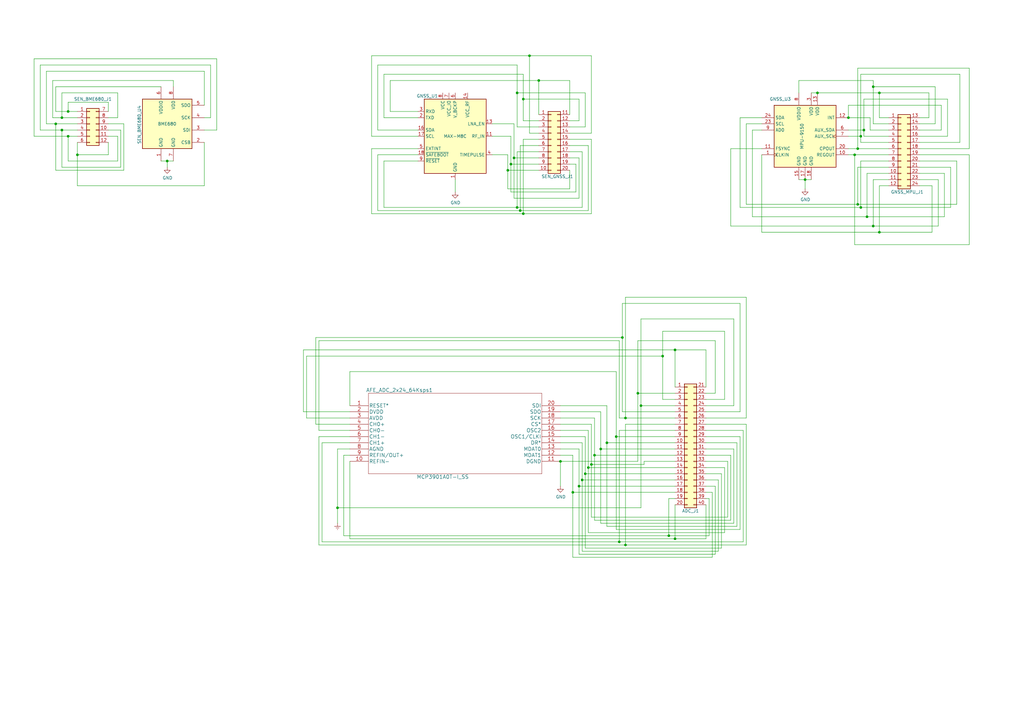
<source format=kicad_sch>
(kicad_sch (version 20230121) (generator eeschema)
  (paper "A3")
  (lib_symbols
    (symbol "Connector_Generic:Conn_02x06_Top_Bottom" (pin_names (offset 1.016) hide)
      (property "Reference" "J" (at 1.27 7.62 0))
      (property "Value" "Conn_02x06_Top_Bottom" (at 1.27 -10.16 0))
      (symbol "Conn_02x06_Top_Bottom_1_1"
        (rectangle (start -1.27 -7.493) (end 0 -7.747) (stroke (width 0.1524)))
        (rectangle (start -1.27 -4.953) (end 0 -5.207) (stroke (width 0.1524)))
        (rectangle (start -1.27 -2.413) (end 0 -2.667) (stroke (width 0.1524)))
        (rectangle (start -1.27 0.127) (end 0 -0.127) (stroke (width 0.1524)))
        (rectangle (start -1.27 2.667) (end 0 2.413) (stroke (width 0.1524)))
        (rectangle (start -1.27 5.207) (end 0 4.953) (stroke (width 0.1524)))
        (rectangle (start -1.27 6.35) (end 3.81 -8.89) (stroke (width 0.254)) (fill (type background)))
        (rectangle (start 3.81 -7.493) (end 2.54 -7.747) (stroke (width 0.1524)))
        (rectangle (start 3.81 -4.953) (end 2.54 -5.207) (stroke (width 0.1524)))
        (rectangle (start 3.81 -2.413) (end 2.54 -2.667) (stroke (width 0.1524)))
        (rectangle (start 3.81 0.127) (end 2.54 -0.127) (stroke (width 0.1524)))
        (rectangle (start 3.81 2.667) (end 2.54 2.413) (stroke (width 0.1524)))
        (rectangle (start 3.81 5.207) (end 2.54 4.953) (stroke (width 0.1524)))
        (pin passive line (at -5.08 5.08 0) (length 3.81) (name "Pin_1") (number "1"))
        (pin passive line (at 7.62 -2.54 180) (length 3.81) (name "Pin_10") (number "10"))
        (pin passive line (at 7.62 -5.08 180) (length 3.81) (name "Pin_11") (number "11"))
        (pin passive line (at 7.62 -7.62 180) (length 3.81) (name "Pin_12") (number "12"))
        (pin passive line (at -5.08 2.54 0) (length 3.81) (name "Pin_2") (number "2"))
        (pin passive line (at -5.08 0 0) (length 3.81) (name "Pin_3") (number "3"))
        (pin passive line (at -5.08 -2.54 0) (length 3.81) (name "Pin_4") (number "4"))
        (pin passive line (at -5.08 -5.08 0) (length 3.81) (name "Pin_5") (number "5"))
        (pin passive line (at -5.08 -7.62 0) (length 3.81) (name "Pin_6") (number "6"))
        (pin passive line (at 7.62 5.08 180) (length 3.81) (name "Pin_7") (number "7"))
        (pin passive line (at 7.62 2.54 180) (length 3.81) (name "Pin_8") (number "8"))
        (pin passive line (at 7.62 0 180) (length 3.81) (name "Pin_9") (number "9"))
      )
    )
    (symbol "Connector_Generic:Conn_02x10_Top_Bottom" (pin_names (offset 1.016) hide)
      (property "Reference" "J" (at 1.27 12.7 0))
      (property "Value" "Conn_02x10_Top_Bottom" (at 1.27 -15.24 0))
      (symbol "Conn_02x10_Top_Bottom_1_1"
        (rectangle (start -1.27 -12.573) (end 0 -12.827) (stroke (width 0.1524)))
        (rectangle (start -1.27 -10.033) (end 0 -10.287) (stroke (width 0.1524)))
        (rectangle (start -1.27 -7.493) (end 0 -7.747) (stroke (width 0.1524)))
        (rectangle (start -1.27 -4.953) (end 0 -5.207) (stroke (width 0.1524)))
        (rectangle (start -1.27 -2.413) (end 0 -2.667) (stroke (width 0.1524)))
        (rectangle (start -1.27 0.127) (end 0 -0.127) (stroke (width 0.1524)))
        (rectangle (start -1.27 2.667) (end 0 2.413) (stroke (width 0.1524)))
        (rectangle (start -1.27 5.207) (end 0 4.953) (stroke (width 0.1524)))
        (rectangle (start -1.27 7.747) (end 0 7.493) (stroke (width 0.1524)))
        (rectangle (start -1.27 10.287) (end 0 10.033) (stroke (width 0.1524)))
        (rectangle (start -1.27 11.43) (end 3.81 -13.97) (stroke (width 0.254)) (fill (type background)))
        (rectangle (start 3.81 -12.573) (end 2.54 -12.827) (stroke (width 0.1524)))
        (rectangle (start 3.81 -10.033) (end 2.54 -10.287) (stroke (width 0.1524)))
        (rectangle (start 3.81 -7.493) (end 2.54 -7.747) (stroke (width 0.1524)))
        (rectangle (start 3.81 -4.953) (end 2.54 -5.207) (stroke (width 0.1524)))
        (rectangle (start 3.81 -2.413) (end 2.54 -2.667) (stroke (width 0.1524)))
        (rectangle (start 3.81 0.127) (end 2.54 -0.127) (stroke (width 0.1524)))
        (rectangle (start 3.81 2.667) (end 2.54 2.413) (stroke (width 0.1524)))
        (rectangle (start 3.81 5.207) (end 2.54 4.953) (stroke (width 0.1524)))
        (rectangle (start 3.81 7.747) (end 2.54 7.493) (stroke (width 0.1524)))
        (rectangle (start 3.81 10.287) (end 2.54 10.033) (stroke (width 0.1524)))
        (pin passive line (at -5.08 10.16 0) (length 3.81) (name "Pin_1") (number "1"))
        (pin passive line (at -5.08 -12.7 0) (length 3.81) (name "Pin_10") (number "10"))
        (pin passive line (at 7.62 10.16 180) (length 3.81) (name "Pin_11") (number "11"))
        (pin passive line (at 7.62 7.62 180) (length 3.81) (name "Pin_12") (number "12"))
        (pin passive line (at 7.62 5.08 180) (length 3.81) (name "Pin_13") (number "13"))
        (pin passive line (at 7.62 2.54 180) (length 3.81) (name "Pin_14") (number "14"))
        (pin passive line (at 7.62 0 180) (length 3.81) (name "Pin_15") (number "15"))
        (pin passive line (at 7.62 -2.54 180) (length 3.81) (name "Pin_16") (number "16"))
        (pin passive line (at 7.62 -5.08 180) (length 3.81) (name "Pin_17") (number "17"))
        (pin passive line (at 7.62 -7.62 180) (length 3.81) (name "Pin_18") (number "18"))
        (pin passive line (at 7.62 -10.16 180) (length 3.81) (name "Pin_19") (number "19"))
        (pin passive line (at -5.08 7.62 0) (length 3.81) (name "Pin_2") (number "2"))
        (pin passive line (at 7.62 -12.7 180) (length 3.81) (name "Pin_20") (number "20"))
        (pin passive line (at -5.08 5.08 0) (length 3.81) (name "Pin_3") (number "3"))
        (pin passive line (at -5.08 2.54 0) (length 3.81) (name "Pin_4") (number "4"))
        (pin passive line (at -5.08 0 0) (length 3.81) (name "Pin_5") (number "5"))
        (pin passive line (at -5.08 -2.54 0) (length 3.81) (name "Pin_6") (number "6"))
        (pin passive line (at -5.08 -5.08 0) (length 3.81) (name "Pin_7") (number "7"))
        (pin passive line (at -5.08 -7.62 0) (length 3.81) (name "Pin_8") (number "8"))
        (pin passive line (at -5.08 -10.16 0) (length 3.81) (name "Pin_9") (number "9"))
      )
    )
    (symbol "Connector_Generic:Conn_02x12_Top_Bottom" (pin_names (offset 1.016) hide)
      (property "Reference" "J" (at 1.27 15.24 0))
      (property "Value" "Conn_02x12_Top_Bottom" (at 1.27 -17.78 0))
      (symbol "Conn_02x12_Top_Bottom_1_1"
        (rectangle (start -1.27 -15.113) (end 0 -15.367) (stroke (width 0.1524)))
        (rectangle (start -1.27 -12.573) (end 0 -12.827) (stroke (width 0.1524)))
        (rectangle (start -1.27 -10.033) (end 0 -10.287) (stroke (width 0.1524)))
        (rectangle (start -1.27 -7.493) (end 0 -7.747) (stroke (width 0.1524)))
        (rectangle (start -1.27 -4.953) (end 0 -5.207) (stroke (width 0.1524)))
        (rectangle (start -1.27 -2.413) (end 0 -2.667) (stroke (width 0.1524)))
        (rectangle (start -1.27 0.127) (end 0 -0.127) (stroke (width 0.1524)))
        (rectangle (start -1.27 2.667) (end 0 2.413) (stroke (width 0.1524)))
        (rectangle (start -1.27 5.207) (end 0 4.953) (stroke (width 0.1524)))
        (rectangle (start -1.27 7.747) (end 0 7.493) (stroke (width 0.1524)))
        (rectangle (start -1.27 10.287) (end 0 10.033) (stroke (width 0.1524)))
        (rectangle (start -1.27 12.827) (end 0 12.573) (stroke (width 0.1524)))
        (rectangle (start -1.27 13.97) (end 3.81 -16.51) (stroke (width 0.254)) (fill (type background)))
        (rectangle (start 3.81 -15.113) (end 2.54 -15.367) (stroke (width 0.1524)))
        (rectangle (start 3.81 -12.573) (end 2.54 -12.827) (stroke (width 0.1524)))
        (rectangle (start 3.81 -10.033) (end 2.54 -10.287) (stroke (width 0.1524)))
        (rectangle (start 3.81 -7.493) (end 2.54 -7.747) (stroke (width 0.1524)))
        (rectangle (start 3.81 -4.953) (end 2.54 -5.207) (stroke (width 0.1524)))
        (rectangle (start 3.81 -2.413) (end 2.54 -2.667) (stroke (width 0.1524)))
        (rectangle (start 3.81 0.127) (end 2.54 -0.127) (stroke (width 0.1524)))
        (rectangle (start 3.81 2.667) (end 2.54 2.413) (stroke (width 0.1524)))
        (rectangle (start 3.81 5.207) (end 2.54 4.953) (stroke (width 0.1524)))
        (rectangle (start 3.81 7.747) (end 2.54 7.493) (stroke (width 0.1524)))
        (rectangle (start 3.81 10.287) (end 2.54 10.033) (stroke (width 0.1524)))
        (rectangle (start 3.81 12.827) (end 2.54 12.573) (stroke (width 0.1524)))
        (pin passive line (at -5.08 12.7 0) (length 3.81) (name "Pin_1") (number "1"))
        (pin passive line (at -5.08 -10.16 0) (length 3.81) (name "Pin_10") (number "10"))
        (pin passive line (at -5.08 -12.7 0) (length 3.81) (name "Pin_11") (number "11"))
        (pin passive line (at -5.08 -15.24 0) (length 3.81) (name "Pin_12") (number "12"))
        (pin passive line (at 7.62 12.7 180) (length 3.81) (name "Pin_13") (number "13"))
        (pin passive line (at 7.62 10.16 180) (length 3.81) (name "Pin_14") (number "14"))
        (pin passive line (at 7.62 7.62 180) (length 3.81) (name "Pin_15") (number "15"))
        (pin passive line (at 7.62 5.08 180) (length 3.81) (name "Pin_16") (number "16"))
        (pin passive line (at 7.62 2.54 180) (length 3.81) (name "Pin_17") (number "17"))
        (pin passive line (at 7.62 0 180) (length 3.81) (name "Pin_18") (number "18"))
        (pin passive line (at 7.62 -2.54 180) (length 3.81) (name "Pin_19") (number "19"))
        (pin passive line (at -5.08 10.16 0) (length 3.81) (name "Pin_2") (number "2"))
        (pin passive line (at 7.62 -5.08 180) (length 3.81) (name "Pin_20") (number "20"))
        (pin passive line (at 7.62 -7.62 180) (length 3.81) (name "Pin_21") (number "21"))
        (pin passive line (at 7.62 -10.16 180) (length 3.81) (name "Pin_22") (number "22"))
        (pin passive line (at 7.62 -12.7 180) (length 3.81) (name "Pin_23") (number "23"))
        (pin passive line (at 7.62 -15.24 180) (length 3.81) (name "Pin_24") (number "24"))
        (pin passive line (at -5.08 7.62 0) (length 3.81) (name "Pin_3") (number "3"))
        (pin passive line (at -5.08 5.08 0) (length 3.81) (name "Pin_4") (number "4"))
        (pin passive line (at -5.08 2.54 0) (length 3.81) (name "Pin_5") (number "5"))
        (pin passive line (at -5.08 0 0) (length 3.81) (name "Pin_6") (number "6"))
        (pin passive line (at -5.08 -2.54 0) (length 3.81) (name "Pin_7") (number "7"))
        (pin passive line (at -5.08 -5.08 0) (length 3.81) (name "Pin_8") (number "8"))
        (pin passive line (at -5.08 -7.62 0) (length 3.81) (name "Pin_9") (number "9"))
      )
    )
    (symbol "Connector_Generic:Conn_02x20_Top_Bottom" (pin_names (offset 1.016) hide)
      (property "Reference" "J" (at 1.27 25.4 0))
      (property "Value" "Conn_02x20_Top_Bottom" (at 1.27 -27.94 0))
      (symbol "Conn_02x20_Top_Bottom_1_1"
        (rectangle (start -1.27 -25.273) (end 0 -25.527) (stroke (width 0.1524)))
        (rectangle (start -1.27 -22.733) (end 0 -22.987) (stroke (width 0.1524)))
        (rectangle (start -1.27 -20.193) (end 0 -20.447) (stroke (width 0.1524)))
        (rectangle (start -1.27 -17.653) (end 0 -17.907) (stroke (width 0.1524)))
        (rectangle (start -1.27 -15.113) (end 0 -15.367) (stroke (width 0.1524)))
        (rectangle (start -1.27 -12.573) (end 0 -12.827) (stroke (width 0.1524)))
        (rectangle (start -1.27 -10.033) (end 0 -10.287) (stroke (width 0.1524)))
        (rectangle (start -1.27 -7.493) (end 0 -7.747) (stroke (width 0.1524)))
        (rectangle (start -1.27 -4.953) (end 0 -5.207) (stroke (width 0.1524)))
        (rectangle (start -1.27 -2.413) (end 0 -2.667) (stroke (width 0.1524)))
        (rectangle (start -1.27 0.127) (end 0 -0.127) (stroke (width 0.1524)))
        (rectangle (start -1.27 2.667) (end 0 2.413) (stroke (width 0.1524)))
        (rectangle (start -1.27 5.207) (end 0 4.953) (stroke (width 0.1524)))
        (rectangle (start -1.27 7.747) (end 0 7.493) (stroke (width 0.1524)))
        (rectangle (start -1.27 10.287) (end 0 10.033) (stroke (width 0.1524)))
        (rectangle (start -1.27 12.827) (end 0 12.573) (stroke (width 0.1524)))
        (rectangle (start -1.27 15.367) (end 0 15.113) (stroke (width 0.1524)))
        (rectangle (start -1.27 17.907) (end 0 17.653) (stroke (width 0.1524)))
        (rectangle (start -1.27 20.447) (end 0 20.193) (stroke (width 0.1524)))
        (rectangle (start -1.27 22.987) (end 0 22.733) (stroke (width 0.1524)))
        (rectangle (start -1.27 24.13) (end 3.81 -26.67) (stroke (width 0.254)) (fill (type background)))
        (rectangle (start 3.81 -25.273) (end 2.54 -25.527) (stroke (width 0.1524)))
        (rectangle (start 3.81 -22.733) (end 2.54 -22.987) (stroke (width 0.1524)))
        (rectangle (start 3.81 -20.193) (end 2.54 -20.447) (stroke (width 0.1524)))
        (rectangle (start 3.81 -17.653) (end 2.54 -17.907) (stroke (width 0.1524)))
        (rectangle (start 3.81 -15.113) (end 2.54 -15.367) (stroke (width 0.1524)))
        (rectangle (start 3.81 -12.573) (end 2.54 -12.827) (stroke (width 0.1524)))
        (rectangle (start 3.81 -10.033) (end 2.54 -10.287) (stroke (width 0.1524)))
        (rectangle (start 3.81 -7.493) (end 2.54 -7.747) (stroke (width 0.1524)))
        (rectangle (start 3.81 -4.953) (end 2.54 -5.207) (stroke (width 0.1524)))
        (rectangle (start 3.81 -2.413) (end 2.54 -2.667) (stroke (width 0.1524)))
        (rectangle (start 3.81 0.127) (end 2.54 -0.127) (stroke (width 0.1524)))
        (rectangle (start 3.81 2.667) (end 2.54 2.413) (stroke (width 0.1524)))
        (rectangle (start 3.81 5.207) (end 2.54 4.953) (stroke (width 0.1524)))
        (rectangle (start 3.81 7.747) (end 2.54 7.493) (stroke (width 0.1524)))
        (rectangle (start 3.81 10.287) (end 2.54 10.033) (stroke (width 0.1524)))
        (rectangle (start 3.81 12.827) (end 2.54 12.573) (stroke (width 0.1524)))
        (rectangle (start 3.81 15.367) (end 2.54 15.113) (stroke (width 0.1524)))
        (rectangle (start 3.81 17.907) (end 2.54 17.653) (stroke (width 0.1524)))
        (rectangle (start 3.81 20.447) (end 2.54 20.193) (stroke (width 0.1524)))
        (rectangle (start 3.81 22.987) (end 2.54 22.733) (stroke (width 0.1524)))
        (pin passive line (at -5.08 22.86 0) (length 3.81) (name "Pin_1") (number "1"))
        (pin passive line (at -5.08 0 0) (length 3.81) (name "Pin_10") (number "10"))
        (pin passive line (at -5.08 -2.54 0) (length 3.81) (name "Pin_11") (number "11"))
        (pin passive line (at -5.08 -5.08 0) (length 3.81) (name "Pin_12") (number "12"))
        (pin passive line (at -5.08 -7.62 0) (length 3.81) (name "Pin_13") (number "13"))
        (pin passive line (at -5.08 -10.16 0) (length 3.81) (name "Pin_14") (number "14"))
        (pin passive line (at -5.08 -12.7 0) (length 3.81) (name "Pin_15") (number "15"))
        (pin passive line (at -5.08 -15.24 0) (length 3.81) (name "Pin_16") (number "16"))
        (pin passive line (at -5.08 -17.78 0) (length 3.81) (name "Pin_17") (number "17"))
        (pin passive line (at -5.08 -20.32 0) (length 3.81) (name "Pin_18") (number "18"))
        (pin passive line (at -5.08 -22.86 0) (length 3.81) (name "Pin_19") (number "19"))
        (pin passive line (at -5.08 20.32 0) (length 3.81) (name "Pin_2") (number "2"))
        (pin passive line (at -5.08 -25.4 0) (length 3.81) (name "Pin_20") (number "20"))
        (pin passive line (at 7.62 22.86 180) (length 3.81) (name "Pin_21") (number "21"))
        (pin passive line (at 7.62 20.32 180) (length 3.81) (name "Pin_22") (number "22"))
        (pin passive line (at 7.62 17.78 180) (length 3.81) (name "Pin_23") (number "23"))
        (pin passive line (at 7.62 15.24 180) (length 3.81) (name "Pin_24") (number "24"))
        (pin passive line (at 7.62 12.7 180) (length 3.81) (name "Pin_25") (number "25"))
        (pin passive line (at 7.62 10.16 180) (length 3.81) (name "Pin_26") (number "26"))
        (pin passive line (at 7.62 7.62 180) (length 3.81) (name "Pin_27") (number "27"))
        (pin passive line (at 7.62 5.08 180) (length 3.81) (name "Pin_28") (number "28"))
        (pin passive line (at 7.62 2.54 180) (length 3.81) (name "Pin_29") (number "29"))
        (pin passive line (at -5.08 17.78 0) (length 3.81) (name "Pin_3") (number "3"))
        (pin passive line (at 7.62 0 180) (length 3.81) (name "Pin_30") (number "30"))
        (pin passive line (at 7.62 -2.54 180) (length 3.81) (name "Pin_31") (number "31"))
        (pin passive line (at 7.62 -5.08 180) (length 3.81) (name "Pin_32") (number "32"))
        (pin passive line (at 7.62 -7.62 180) (length 3.81) (name "Pin_33") (number "33"))
        (pin passive line (at 7.62 -10.16 180) (length 3.81) (name "Pin_34") (number "34"))
        (pin passive line (at 7.62 -12.7 180) (length 3.81) (name "Pin_35") (number "35"))
        (pin passive line (at 7.62 -15.24 180) (length 3.81) (name "Pin_36") (number "36"))
        (pin passive line (at 7.62 -17.78 180) (length 3.81) (name "Pin_37") (number "37"))
        (pin passive line (at 7.62 -20.32 180) (length 3.81) (name "Pin_38") (number "38"))
        (pin passive line (at 7.62 -22.86 180) (length 3.81) (name "Pin_39") (number "39"))
        (pin passive line (at -5.08 15.24 0) (length 3.81) (name "Pin_4") (number "4"))
        (pin passive line (at 7.62 -25.4 180) (length 3.81) (name "Pin_40") (number "40"))
        (pin passive line (at -5.08 12.7 0) (length 3.81) (name "Pin_5") (number "5"))
        (pin passive line (at -5.08 10.16 0) (length 3.81) (name "Pin_6") (number "6"))
        (pin passive line (at -5.08 7.62 0) (length 3.81) (name "Pin_7") (number "7"))
        (pin passive line (at -5.08 5.08 0) (length 3.81) (name "Pin_8") (number "8"))
        (pin passive line (at -5.08 2.54 0) (length 3.81) (name "Pin_9") (number "9"))
      )
    )
    (symbol "FPGAs-Ard_RPi_BB-rescue:MPU-9150-Sensor_Motion"
      (property "Reference" "U" (at -11.43 13.97 0))
      (property "Value" "Sensor_Motion_MPU-9150" (at 8.89 -13.97 0))
      (symbol "MPU-9150-Sensor_Motion_0_1"
        (rectangle (start -12.7 12.7) (end 12.7 -12.7) (stroke (width 0.254)) (fill (type background)))
      )
      (symbol "MPU-9150-Sensor_Motion_1_1"
        (pin input clock (at -17.78 -7.62 0) (length 5.08) (name "CLKIN") (number "1"))
        (pin passive line (at 17.78 -7.62 180) (length 5.08) (name "REGOUT") (number "10"))
        (pin input line (at -17.78 -5.08 0) (length 5.08) (name "FSYNC") (number "11"))
        (pin output line (at 17.78 7.62 180) (length 5.08) (name "INT") (number "12"))
        (pin power_in line (at 5.08 17.78 270) (length 5.08) (name "VDD") (number "13"))
        (pin power_in line (at -2.54 -17.78 90) (length 5.08) (name "GND") (number "15"))
        (pin power_in line (at 0 -17.78 90) (length 5.08) (name "GND") (number "17"))
        (pin power_in line (at 2.54 -17.78 90) (length 5.08) (name "GND") (number "18"))
        (pin passive line (at 17.78 -5.08 180) (length 5.08) (name "CPOUT") (number "20"))
        (pin input line (at -17.78 5.08 0) (length 5.08) (name "SCL") (number "23"))
        (pin bidirectional line (at -17.78 7.62 0) (length 5.08) (name "SDA") (number "24"))
        (pin power_in line (at 2.54 17.78 270) (length 5.08) (name "VDD") (number "3"))
        (pin bidirectional line (at 17.78 2.54 180) (length 5.08) (name "AUX_SDA") (number "6"))
        (pin output clock (at 17.78 0 180) (length 5.08) (name "AUX_SCL") (number "7"))
        (pin power_in line (at -2.54 17.78 270) (length 5.08) (name "VDDIO") (number "8"))
        (pin input line (at -17.78 2.54 0) (length 5.08) (name "AD0") (number "9"))
      )
    )
    (symbol "RF_GPS:MAX-M8C"
      (property "Reference" "U" (at -10.16 16.51 0))
      (property "Value" "MAX-M8C" (at 11.43 16.51 0))
      (symbol "MAX-M8C_0_1"
        (rectangle (start 12.7 15.24) (end -12.7 -15.24) (stroke (width 0.254)) (fill (type background)))
      )
      (symbol "MAX-M8C_1_1"
        (pin power_in line (at 0 -17.78 90) (length 2.54) (name "GND") (number "1"))
        (pin passive line (at 0 -17.78 90) (length 2.54) hide (name "GND") (number "10"))
        (pin input line (at 15.24 0 180) (length 2.54) (name "RF_IN") (number "11"))
        (pin passive line (at 0 -17.78 90) (length 2.54) hide (name "GND") (number "12"))
        (pin output line (at 15.24 5.08 180) (length 2.54) (name "LNA_EN") (number "13"))
        (pin power_out line (at 5.08 17.78 270) (length 2.54) (name "VCC_RF") (number "14"))
        (pin no_connect line (at 12.7 -5.08 180) (length 2.54) hide (name "Reserved") (number "15"))
        (pin bidirectional line (at -15.24 2.54 0) (length 2.54) (name "SDA") (number "16"))
        (pin input line (at -15.24 0 0) (length 2.54) (name "SCL") (number "17"))
        (pin input line (at -15.24 -7.62 0) (length 2.54) (name "~{SAFEBOOT}") (number "18"))
        (pin output line (at -15.24 7.62 0) (length 2.54) (name "TXD") (number "2"))
        (pin input line (at -15.24 10.16 0) (length 2.54) (name "RXD") (number "3"))
        (pin output line (at 15.24 -7.62 180) (length 2.54) (name "TIMEPULSE") (number "4"))
        (pin input line (at -15.24 -5.08 0) (length 2.54) (name "EXTINT") (number "5"))
        (pin power_in line (at 0 17.78 270) (length 2.54) (name "V_BCKP") (number "6"))
        (pin power_in line (at -2.54 17.78 270) (length 2.54) (name "VCC_IO") (number "7"))
        (pin power_in line (at -5.08 17.78 270) (length 2.54) (name "VCC") (number "8"))
        (pin input line (at -15.24 -10.16 0) (length 2.54) (name "~{RESET}") (number "9"))
      )
    )
    (symbol "Sensor:BME680"
      (property "Reference" "U" (at -8.89 11.43 0))
      (property "Value" "BME680" (at 7.62 11.43 0))
      (symbol "BME680_0_1"
        (rectangle (start -10.16 10.16) (end 10.16 -10.16) (stroke (width 0.254)) (fill (type background)))
      )
      (symbol "BME680_1_1"
        (pin power_in line (at -2.54 -15.24 90) (length 5.08) (name "GND") (number "1"))
        (pin input line (at 15.24 -7.62 180) (length 5.08) (name "CSB") (number "2"))
        (pin bidirectional line (at 15.24 -2.54 180) (length 5.08) (name "SDI") (number "3"))
        (pin input line (at 15.24 2.54 180) (length 5.08) (name "SCK") (number "4"))
        (pin bidirectional line (at 15.24 7.62 180) (length 5.08) (name "SDO") (number "5"))
        (pin power_in line (at -2.54 15.24 270) (length 5.08) (name "VDDIO") (number "6"))
        (pin power_in line (at 2.54 -15.24 90) (length 5.08) (name "GND") (number "7"))
        (pin power_in line (at 2.54 15.24 270) (length 5.08) (name "VDD") (number "8"))
      )
    )
    (symbol "power:Earth" (power) (pin_names (offset 0))
      (symbol "Earth_0_1"
        (polyline (pts (xy -0.635 -1.905) (xy 0.635 -1.905)))
        (polyline (pts (xy -0.127 -2.54) (xy 0.127 -2.54)))
        (polyline (pts (xy 0 -1.27) (xy 0 0)))
        (polyline (pts (xy 1.27 -1.27) (xy -1.27 -1.27)))
      )
      (symbol "Earth_1_1"
        (pin power_in line (at 0 0 270) (length 0) hide (name "Earth") (number "1"))
      )
    )
    (symbol "power:GND" (power) (pin_names (offset 0))
      (property "Value" "GND" (at 0 -3.81 0))
      (symbol "GND_0_1"
        (polyline (pts (xy 0 0) (xy 0 -1.27) (xy 1.27 -1.27) (xy 0 -2.54) (xy -1.27 -1.27) (xy 0 -1.27)))
      )
      (symbol "GND_1_1"
        (pin power_in line (at 0 0 270) (length 0) hide (name "GND") (number "1"))
      )
    )
    (symbol "ul_MCP3901A0T-I-SS:MCP3901A0T-I_SS" (pin_names (offset 0.254))
      (property "Reference" "U" (at 43.18 10.16 0))
      (property "Value" "MCP3901A0T-I_SS" (at 43.18 7.62 0))
      (symbol "MCP3901A0T-I_SS_1_1"
        (polyline (pts (xy 7.62 -27.94) (xy 78.74 -27.94)) (stroke (width 0.127)))
        (polyline (pts (xy 7.62 5.08) (xy 7.62 -27.94)) (stroke (width 0.127)))
        (polyline (pts (xy 78.74 -27.94) (xy 78.74 5.08)) (stroke (width 0.127)))
        (polyline (pts (xy 78.74 5.08) (xy 7.62 5.08)) (stroke (width 0.127)))
        (pin input line (at 0 0 0) (length 7.62) (name "RESET*") (number "1"))
        (pin input line (at 0 -22.86 0) (length 7.62) (name "REFIN-") (number "10"))
        (pin power_in line (at 86.36 -22.86 180) (length 7.62) (name "DGND") (number "11"))
        (pin output line (at 86.36 -20.32 180) (length 7.62) (name "MDAT1") (number "12"))
        (pin output line (at 86.36 -17.78 180) (length 7.62) (name "MDAT0") (number "13"))
        (pin output line (at 86.36 -15.24 180) (length 7.62) (name "DR*") (number "14"))
        (pin input line (at 86.36 -12.7 180) (length 7.62) (name "OSC1/CLKI") (number "15"))
        (pin input line (at 86.36 -10.16 180) (length 7.62) (name "OSC2") (number "16"))
        (pin input line (at 86.36 -7.62 180) (length 7.62) (name "CS*") (number "17"))
        (pin input line (at 86.36 -5.08 180) (length 7.62) (name "SCK") (number "18"))
        (pin output line (at 86.36 -2.54 180) (length 7.62) (name "SDO") (number "19"))
        (pin power_in line (at 0 -2.54 0) (length 7.62) (name "DVDD") (number "2"))
        (pin input line (at 86.36 0 180) (length 7.62) (name "SDI") (number "20"))
        (pin power_in line (at 0 -5.08 0) (length 7.62) (name "AVDD") (number "3"))
        (pin input line (at 0 -7.62 0) (length 7.62) (name "CH0+") (number "4"))
        (pin input line (at 0 -10.16 0) (length 7.62) (name "CH0-") (number "5"))
        (pin input line (at 0 -12.7 0) (length 7.62) (name "CH1-") (number "6"))
        (pin input line (at 0 -15.24 0) (length 7.62) (name "CH1+") (number "7"))
        (pin power_in line (at 0 -17.78 0) (length 7.62) (name "AGND") (number "8"))
        (pin bidirectional line (at 0 -20.32 0) (length 7.62) (name "REFIN/OUT+") (number "9"))
      )
    )
  )
  (junction (at 217.17 22.86))
  (junction (at 351.79 60.96))
  (junction (at 350.52 63.5))
  (junction (at 68.58 66.04))
  (junction (at 271.78 146.05))
  (junction (at 209.55 67.31))
  (junction (at 274.32 219.71))
  (junction (at 358.14 92.71))
  (junction (at 335.28 38.1))
  (junction (at 276.86 220.98))
  (junction (at 254 222.25))
  (junction (at 354.33 53.34))
  (junction (at 208.28 69.85))
  (junction (at 27.94 55.88))
  (junction (at 262.89 166.37))
  (junction (at 353.06 85.09))
  (junction (at 213.36 86.36))
  (junction (at 25.4 53.34))
  (junction (at 243.84 186.69))
  (junction (at 240.03 194.31))
  (junction (at 229.87 189.23))
  (junction (at 210.82 64.77))
  (junction (at 256.54 223.52))
  (junction (at 261.62 161.29))
  (junction (at 355.6 88.9))
  (junction (at 360.68 95.25))
  (junction (at 255.27 138.43))
  (junction (at 246.38 184.15))
  (junction (at 237.49 199.39))
  (junction (at 358.14 35.56))
  (junction (at 212.09 38.1))
  (junction (at 214.63 40.64))
  (junction (at 241.3 191.77))
  (junction (at 347.98 48.26))
  (junction (at 31.75 63.5))
  (junction (at 248.92 181.61))
  (junction (at 22.86 50.8))
  (junction (at 276.86 143.51))
  (junction (at 353.06 55.88))
  (junction (at 212.09 85.09))
  (junction (at 252.73 179.07))
  (junction (at 214.63 87.63))
  (junction (at 138.43 208.28))
  (junction (at 234.95 201.93))
  (junction (at 238.76 196.85))
  (junction (at 25.4 48.26))
  (junction (at 256.54 171.45))
  (junction (at 242.57 190.5))
  (junction (at 360.68 38.1))
  (junction (at 27.94 45.72))
  (junction (at 351.79 83.82))
  (junction (at 220.98 33.02))
  (junction (at 330.2 73.66))
  (wire (pts (xy 208.28 69.85) (xy 220.98 69.85)))
  (wire (pts (xy 48.26 38.1) (xy 25.4 38.1)))
  (wire (pts (xy 210.82 64.77) (xy 220.98 64.77)))
  (wire (pts (xy 157.48 66.04) (xy 157.48 85.09)))
  (wire (pts (xy 289.56 191.77) (xy 297.18 191.77)))
  (wire (pts (xy 171.45 60.96) (xy 152.4 60.96)))
  (wire (pts (xy 293.37 161.29) (xy 293.37 139.7)))
  (wire (pts (xy 303.53 48.26) (xy 303.53 85.09)))
  (wire (pts (xy 356.87 53.34) (xy 356.87 48.26)))
  (wire (pts (xy 306.07 173.99) (xy 306.07 223.52)))
  (wire (pts (xy 377.19 58.42) (xy 393.7 58.42)))
  (wire (pts (xy 276.86 201.93) (xy 234.95 201.93)))
  (wire (pts (xy 312.42 48.26) (xy 303.53 48.26)))
  (wire (pts (xy 350.52 100.33) (xy 350.52 63.5)))
  (wire (pts (xy 138.43 208.28) (xy 138.43 214.63)))
  (wire (pts (xy 355.6 71.12) (xy 364.49 71.12)))
  (wire (pts (xy 306.07 50.8) (xy 306.07 83.82)))
  (wire (pts (xy 332.74 38.1) (xy 335.28 38.1)))
  (wire (pts (xy 254 222.25) (xy 132.08 222.25)))
  (wire (pts (xy 241.3 176.53) (xy 229.87 176.53)))
  (wire (pts (xy 31.75 76.2) (xy 31.75 63.5)))
  (wire (pts (xy 300.99 184.15) (xy 289.56 184.15)))
  (wire (pts (xy 238.76 181.61) (xy 229.87 181.61)))
  (wire (pts (xy 217.17 54.61) (xy 217.17 22.86)))
  (wire (pts (xy 364.49 53.34) (xy 356.87 53.34)))
  (wire (pts (xy 48.26 55.88) (xy 48.26 66.04)))
  (wire (pts (xy 242.57 54.61) (xy 242.57 22.86)))
  (wire (pts (xy 143.51 186.69) (xy 140.97 186.69)))
  (wire (pts (xy 297.18 163.83) (xy 297.18 135.89)))
  (wire (pts (xy 234.95 228.6) (xy 292.1 228.6)))
  (wire (pts (xy 242.57 190.5) (xy 264.16 190.5)))
  (wire (pts (xy 386.08 43.18) (xy 347.98 43.18)))
  (wire (pts (xy 289.56 189.23) (xy 298.45 189.23)))
  (wire (pts (xy 299.72 186.69) (xy 299.72 213.36)))
  (wire (pts (xy 261.62 161.29) (xy 261.62 189.23)))
  (wire (pts (xy 276.86 191.77) (xy 241.3 191.77)))
  (wire (pts (xy 353.06 58.42) (xy 364.49 58.42)))
  (wire (pts (xy 233.68 77.47) (xy 208.28 77.47)))
  (wire (pts (xy 327.66 33.02) (xy 358.14 33.02)))
  (wire (pts (xy 350.52 63.5) (xy 364.49 63.5)))
  (wire (pts (xy 255.27 124.46) (xy 255.27 138.43)))
  (wire (pts (xy 256.54 121.92) (xy 256.54 171.45)))
  (wire (pts (xy 209.55 67.31) (xy 220.98 67.31)))
  (wire (pts (xy 210.82 50.8) (xy 210.82 64.77)))
  (wire (pts (xy 306.07 223.52) (xy 256.54 223.52)))
  (wire (pts (xy 353.06 85.09) (xy 353.06 66.04)))
  (wire (pts (xy 377.19 63.5) (xy 397.51 63.5)))
  (wire (pts (xy 289.56 168.91) (xy 303.53 168.91)))
  (wire (pts (xy 130.81 179.07) (xy 130.81 223.52)))
  (wire (pts (xy 160.02 33.02) (xy 220.98 33.02)))
  (wire (pts (xy 229.87 171.45) (xy 243.84 171.45)))
  (wire (pts (xy 300.99 130.81) (xy 262.89 130.81)))
  (wire (pts (xy 201.93 55.88) (xy 209.55 55.88)))
  (wire (pts (xy 27.94 66.04) (xy 27.94 55.88)))
  (wire (pts (xy 237.49 64.77) (xy 237.49 81.28)))
  (wire (pts (xy 237.49 40.64) (xy 214.63 40.64)))
  (wire (pts (xy 157.48 85.09) (xy 212.09 85.09)))
  (wire (pts (xy 71.12 35.56) (xy 71.12 33.02)))
  (wire (pts (xy 387.35 71.12) (xy 387.35 88.9)))
  (wire (pts (xy 143.51 152.4) (xy 252.73 152.4)))
  (wire (pts (xy 360.68 95.25) (xy 312.42 95.25)))
  (wire (pts (xy 214.63 87.63) (xy 214.63 57.15)))
  (wire (pts (xy 130.81 223.52) (xy 256.54 223.52)))
  (wire (pts (xy 212.09 38.1) (xy 212.09 52.07)))
  (wire (pts (xy 289.56 181.61) (xy 302.26 181.61)))
  (wire (pts (xy 354.33 53.34) (xy 347.98 53.34)))
  (wire (pts (xy 22.86 69.85) (xy 22.86 50.8)))
  (wire (pts (xy 306.07 83.82) (xy 351.79 83.82)))
  (wire (pts (xy 382.27 76.2) (xy 382.27 95.25)))
  (wire (pts (xy 261.62 139.7) (xy 261.62 161.29)))
  (wire (pts (xy 297.18 218.44) (xy 241.3 218.44)))
  (wire (pts (xy 229.87 166.37) (xy 248.92 166.37)))
  (wire (pts (xy 289.56 199.39) (xy 293.37 199.39)))
  (wire (pts (xy 143.51 166.37) (xy 143.51 152.4)))
  (wire (pts (xy 201.93 63.5) (xy 208.28 63.5)))
  (wire (pts (xy 242.57 57.15) (xy 242.57 87.63)))
  (wire (pts (xy 252.73 217.17) (xy 252.73 179.07)))
  (wire (pts (xy 292.1 201.93) (xy 289.56 201.93)))
  (wire (pts (xy 212.09 52.07) (xy 220.98 52.07)))
  (wire (pts (xy 304.8 222.25) (xy 254 222.25)))
  (wire (pts (xy 290.83 219.71) (xy 274.32 219.71)))
  (wire (pts (xy 210.82 81.28) (xy 210.82 64.77)))
  (wire (pts (xy 289.56 220.98) (xy 276.86 220.98)))
  (wire (pts (xy 50.8 69.85) (xy 22.86 69.85)))
  (wire (pts (xy 289.56 171.45) (xy 306.07 171.45)))
  (wire (pts (xy 255.27 138.43) (xy 129.54 138.43)))
  (wire (pts (xy 274.32 204.47) (xy 276.86 204.47)))
  (wire (pts (xy 355.6 88.9) (xy 355.6 71.12)))
  (wire (pts (xy 124.46 168.91) (xy 124.46 143.51)))
  (wire (pts (xy 300.99 214.63) (xy 300.99 184.15)))
  (wire (pts (xy 233.68 57.15) (xy 242.57 57.15)))
  (wire (pts (xy 68.58 68.58) (xy 68.58 66.04)))
  (wire (pts (xy 327.66 38.1) (xy 327.66 33.02)))
  (wire (pts (xy 240.03 194.31) (xy 276.86 194.31)))
  (wire (pts (xy 66.04 35.56) (xy 22.86 35.56)))
  (wire (pts (xy 297.18 191.77) (xy 297.18 218.44)))
  (wire (pts (xy 262.89 130.81) (xy 262.89 166.37)))
  (wire (pts (xy 143.51 184.15) (xy 138.43 184.15)))
  (wire (pts (xy 233.68 62.23) (xy 238.76 62.23)))
  (wire (pts (xy 31.75 63.5) (xy 31.75 58.42)))
  (wire (pts (xy 243.84 213.36) (xy 243.84 186.69)))
  (wire (pts (xy 294.64 226.06) (xy 238.76 226.06)))
  (wire (pts (xy 351.79 60.96) (xy 364.49 60.96)))
  (wire (pts (xy 157.48 48.26) (xy 171.45 48.26)))
  (wire (pts (xy 50.8 50.8) (xy 50.8 69.85)))
  (wire (pts (xy 276.86 163.83) (xy 271.78 163.83)))
  (wire (pts (xy 354.33 40.64) (xy 354.33 53.34)))
  (wire (pts (xy 289.56 143.51) (xy 276.86 143.51)))
  (wire (pts (xy 306.07 121.92) (xy 256.54 121.92)))
  (wire (pts (xy 289.56 163.83) (xy 297.18 163.83)))
  (wire (pts (xy 256.54 223.52) (xy 256.54 173.99)))
  (wire (pts (xy 229.87 184.15) (xy 237.49 184.15)))
  (wire (pts (xy 83.82 43.18) (xy 83.82 29.21)))
  (wire (pts (xy 289.56 161.29) (xy 293.37 161.29)))
  (wire (pts (xy 213.36 59.69) (xy 220.98 59.69)))
  (wire (pts (xy 68.58 66.04) (xy 71.12 66.04)))
  (wire (pts (xy 295.91 194.31) (xy 295.91 224.79)))
  (wire (pts (xy 397.51 60.96) (xy 397.51 27.94)))
  (wire (pts (xy 233.68 33.02) (xy 220.98 33.02)))
  (wire (pts (xy 264.16 189.23) (xy 276.86 189.23)))
  (wire (pts (xy 360.68 48.26) (xy 360.68 38.1)))
  (wire (pts (xy 294.64 196.85) (xy 294.64 226.06)))
  (wire (pts (xy 276.86 166.37) (xy 262.89 166.37)))
  (wire (pts (xy 88.9 24.13) (xy 13.97 24.13)))
  (wire (pts (xy 248.92 215.9) (xy 248.92 181.61)))
  (wire (pts (xy 388.62 40.64) (xy 354.33 40.64)))
  (wire (pts (xy 143.51 189.23) (xy 143.51 220.98)))
  (wire (pts (xy 303.53 85.09) (xy 353.06 85.09)))
  (wire (pts (xy 27.94 45.72) (xy 31.75 45.72)))
  (wire (pts (xy 186.69 73.66) (xy 186.69 78.74)))
  (wire (pts (xy 143.51 179.07) (xy 130.81 179.07)))
  (wire (pts (xy 160.02 45.72) (xy 160.02 33.02)))
  (wire (pts (xy 143.51 168.91) (xy 124.46 168.91)))
  (wire (pts (xy 22.86 35.56) (xy 22.86 45.72)))
  (wire (pts (xy 129.54 138.43) (xy 129.54 173.99)))
  (wire (pts (xy 384.81 92.71) (xy 358.14 92.71)))
  (wire (pts (xy 130.81 176.53) (xy 143.51 176.53)))
  (wire (pts (xy 364.49 76.2) (xy 360.68 76.2)))
  (wire (pts (xy 252.73 179.07) (xy 276.86 179.07)))
  (wire (pts (xy 392.43 66.04) (xy 392.43 83.82)))
  (wire (pts (xy 208.28 63.5) (xy 208.28 69.85)))
  (wire (pts (xy 289.56 196.85) (xy 294.64 196.85)))
  (wire (pts (xy 86.36 26.67) (xy 16.51 26.67)))
  (wire (pts (xy 66.04 66.04) (xy 68.58 66.04)))
  (wire (pts (xy 242.57 87.63) (xy 214.63 87.63)))
  (wire (pts (xy 389.89 68.58) (xy 389.89 85.09)))
  (wire (pts (xy 360.68 76.2) (xy 360.68 95.25)))
  (wire (pts (xy 377.19 53.34) (xy 386.08 53.34)))
  (wire (pts (xy 303.53 179.07) (xy 303.53 217.17)))
  (wire (pts (xy 21.59 33.02) (xy 21.59 48.26)))
  (wire (pts (xy 152.4 60.96) (xy 152.4 87.63)))
  (wire (pts (xy 276.86 161.29) (xy 261.62 161.29)))
  (wire (pts (xy 308.61 88.9) (xy 355.6 88.9)))
  (wire (pts (xy 220.98 54.61) (xy 217.17 54.61)))
  (wire (pts (xy 88.9 53.34) (xy 88.9 24.13)))
  (wire (pts (xy 209.55 55.88) (xy 209.55 67.31)))
  (wire (pts (xy 213.36 86.36) (xy 213.36 59.69)))
  (wire (pts (xy 289.56 194.31) (xy 295.91 194.31)))
  (wire (pts (xy 243.84 171.45) (xy 243.84 186.69)))
  (wire (pts (xy 83.82 29.21) (xy 19.05 29.21)))
  (wire (pts (xy 243.84 186.69) (xy 276.86 186.69)))
  (wire (pts (xy 234.95 201.93) (xy 234.95 228.6)))
  (wire (pts (xy 303.53 168.91) (xy 303.53 124.46)))
  (wire (pts (xy 246.38 214.63) (xy 300.99 214.63)))
  (wire (pts (xy 377.19 66.04) (xy 392.43 66.04)))
  (wire (pts (xy 392.43 83.82) (xy 351.79 83.82)))
  (wire (pts (xy 289.56 204.47) (xy 290.83 204.47)))
  (wire (pts (xy 229.87 173.99) (xy 242.57 173.99)))
  (wire (pts (xy 83.82 58.42) (xy 83.82 76.2)))
  (wire (pts (xy 248.92 166.37) (xy 248.92 181.61)))
  (wire (pts (xy 44.45 55.88) (xy 48.26 55.88)))
  (wire (pts (xy 246.38 184.15) (xy 246.38 168.91)))
  (wire (pts (xy 138.43 208.28) (xy 262.89 208.28)))
  (wire (pts (xy 143.51 220.98) (xy 276.86 220.98)))
  (wire (pts (xy 256.54 173.99) (xy 276.86 173.99)))
  (wire (pts (xy 377.19 60.96) (xy 397.51 60.96)))
  (wire (pts (xy 384.81 73.66) (xy 384.81 92.71)))
  (wire (pts (xy 140.97 186.69) (xy 140.97 219.71)))
  (wire (pts (xy 397.51 63.5) (xy 397.51 100.33)))
  (wire (pts (xy 236.22 67.31) (xy 236.22 78.74)))
  (wire (pts (xy 360.68 38.1) (xy 335.28 38.1)))
  (wire (pts (xy 48.26 66.04) (xy 27.94 66.04)))
  (wire (pts (xy 276.86 196.85) (xy 238.76 196.85)))
  (wire (pts (xy 234.95 186.69) (xy 229.87 186.69)))
  (wire (pts (xy 254 176.53) (xy 254 222.25)))
  (wire (pts (xy 44.45 50.8) (xy 50.8 50.8)))
  (wire (pts (xy 238.76 85.09) (xy 212.09 85.09)))
  (wire (pts (xy 364.49 55.88) (xy 354.33 55.88)))
  (wire (pts (xy 130.81 139.7) (xy 130.81 176.53)))
  (wire (pts (xy 254 171.45) (xy 254 139.7)))
  (wire (pts (xy 358.14 73.66) (xy 364.49 73.66)))
  (wire (pts (xy 271.78 135.89) (xy 271.78 146.05)))
  (wire (pts (xy 220.98 49.53) (xy 214.63 49.53)))
  (wire (pts (xy 312.42 95.25) (xy 312.42 63.5)))
  (wire (pts (xy 295.91 224.79) (xy 240.03 224.79)))
  (wire (pts (xy 237.49 199.39) (xy 276.86 199.39)))
  (wire (pts (xy 312.42 60.96) (xy 299.72 60.96)))
  (wire (pts (xy 83.82 76.2) (xy 31.75 76.2)))
  (wire (pts (xy 21.59 48.26) (xy 25.4 48.26)))
  (wire (pts (xy 302.26 181.61) (xy 302.26 215.9)))
  (wire (pts (xy 154.94 63.5) (xy 154.94 86.36)))
  (wire (pts (xy 381 48.26) (xy 381 38.1)))
  (wire (pts (xy 276.86 176.53) (xy 254 176.53)))
  (wire (pts (xy 241.3 191.77) (xy 241.3 176.53)))
  (wire (pts (xy 271.78 146.05) (xy 125.73 146.05)))
  (wire (pts (xy 19.05 29.21) (xy 19.05 50.8)))
  (wire (pts (xy 393.7 58.42) (xy 393.7 30.48)))
  (wire (pts (xy 298.45 212.09) (xy 242.57 212.09)))
  (wire (pts (xy 171.45 66.04) (xy 157.48 66.04)))
  (wire (pts (xy 289.56 186.69) (xy 299.72 186.69)))
  (wire (pts (xy 71.12 33.02) (xy 21.59 33.02)))
  (wire (pts (xy 330.2 73.66) (xy 330.2 77.47)))
  (wire (pts (xy 264.16 190.5) (xy 264.16 189.23)))
  (wire (pts (xy 351.79 83.82) (xy 351.79 68.58)))
  (wire (pts (xy 201.93 50.8) (xy 210.82 50.8)))
  (wire (pts (xy 229.87 179.07) (xy 240.03 179.07)))
  (wire (pts (xy 214.63 40.64) (xy 214.63 30.48)))
  (wire (pts (xy 240.03 52.07) (xy 240.03 38.1)))
  (wire (pts (xy 377.19 48.26) (xy 381 48.26)))
  (wire (pts (xy 358.14 33.02) (xy 358.14 35.56)))
  (wire (pts (xy 300.99 166.37) (xy 300.99 130.81)))
  (wire (pts (xy 171.45 63.5) (xy 154.94 63.5)))
  (wire (pts (xy 152.4 55.88) (xy 171.45 55.88)))
  (wire (pts (xy 312.42 53.34) (xy 308.61 53.34)))
  (wire (pts (xy 248.92 181.61) (xy 276.86 181.61)))
  (wire (pts (xy 48.26 48.26) (xy 48.26 38.1)))
  (wire (pts (xy 358.14 50.8) (xy 364.49 50.8)))
  (wire (pts (xy 233.68 59.69) (xy 241.3 59.69)))
  (wire (pts (xy 308.61 53.34) (xy 308.61 88.9)))
  (wire (pts (xy 330.2 73.66) (xy 332.74 73.66)))
  (wire (pts (xy 347.98 43.18) (xy 347.98 48.26)))
  (wire (pts (xy 152.4 87.63) (xy 214.63 87.63)))
  (wire (pts (xy 214.63 49.53) (xy 214.63 40.64)))
  (wire (pts (xy 212.09 85.09) (xy 212.09 62.23)))
  (wire (pts (xy 229.87 189.23) (xy 229.87 199.39)))
  (wire (pts (xy 377.19 71.12) (xy 387.35 71.12)))
  (wire (pts (xy 22.86 45.72) (xy 27.94 45.72)))
  (wire (pts (xy 237.49 49.53) (xy 237.49 40.64)))
  (wire (pts (xy 237.49 184.15) (xy 237.49 199.39)))
  (wire (pts (xy 289.56 166.37) (xy 300.99 166.37)))
  (wire (pts (xy 382.27 95.25) (xy 360.68 95.25)))
  (wire (pts (xy 25.4 68.58) (xy 25.4 53.34)))
  (wire (pts (xy 240.03 179.07) (xy 240.03 194.31)))
  (wire (pts (xy 354.33 55.88) (xy 354.33 53.34)))
  (wire (pts (xy 154.94 86.36) (xy 213.36 86.36)))
  (wire (pts (xy 312.42 50.8) (xy 306.07 50.8)))
  (wire (pts (xy 241.3 86.36) (xy 213.36 86.36)))
  (wire (pts (xy 347.98 63.5) (xy 350.52 63.5)))
  (wire (pts (xy 297.18 135.89) (xy 271.78 135.89)))
  (wire (pts (xy 256.54 171.45) (xy 254 171.45)))
  (wire (pts (xy 353.06 30.48) (xy 353.06 55.88)))
  (wire (pts (xy 276.86 184.15) (xy 246.38 184.15)))
  (wire (pts (xy 125.73 146.05) (xy 125.73 171.45)))
  (wire (pts (xy 255.27 168.91) (xy 255.27 138.43)))
  (wire (pts (xy 358.14 35.56) (xy 358.14 50.8)))
  (wire (pts (xy 261.62 189.23) (xy 229.87 189.23)))
  (wire (pts (xy 289.56 207.01) (xy 289.56 220.98)))
  (wire (pts (xy 171.45 53.34) (xy 154.94 53.34)))
  (wire (pts (xy 83.82 53.34) (xy 88.9 53.34)))
  (wire (pts (xy 304.8 176.53) (xy 304.8 222.25)))
  (wire (pts (xy 351.79 27.94) (xy 351.79 60.96)))
  (wire (pts (xy 209.55 78.74) (xy 209.55 67.31)))
  (wire (pts (xy 347.98 55.88) (xy 353.06 55.88)))
  (wire (pts (xy 25.4 48.26) (xy 31.75 48.26)))
  (wire (pts (xy 241.3 59.69) (xy 241.3 86.36)))
  (wire (pts (xy 289.56 179.07) (xy 303.53 179.07)))
  (wire (pts (xy 217.17 22.86) (xy 152.4 22.86)))
  (wire (pts (xy 16.51 53.34) (xy 25.4 53.34)))
  (wire (pts (xy 44.45 63.5) (xy 31.75 63.5)))
  (wire (pts (xy 397.51 100.33) (xy 350.52 100.33)))
  (wire (pts (xy 154.94 26.67) (xy 212.09 26.67)))
  (wire (pts (xy 302.26 215.9) (xy 248.92 215.9)))
  (wire (pts (xy 358.14 92.71) (xy 358.14 73.66)))
  (wire (pts (xy 233.68 52.07) (xy 240.03 52.07)))
  (wire (pts (xy 377.19 50.8) (xy 383.54 50.8)))
  (wire (pts (xy 299.72 213.36) (xy 243.84 213.36)))
  (wire (pts (xy 154.94 53.34) (xy 154.94 26.67)))
  (wire (pts (xy 327.66 73.66) (xy 330.2 73.66)))
  (wire (pts (xy 246.38 184.15) (xy 246.38 214.63)))
  (wire (pts (xy 303.53 124.46) (xy 255.27 124.46)))
  (wire (pts (xy 132.08 222.25) (xy 132.08 181.61)))
  (wire (pts (xy 246.38 168.91) (xy 229.87 168.91)))
  (wire (pts (xy 44.45 53.34) (xy 49.53 53.34)))
  (wire (pts (xy 124.46 143.51) (xy 276.86 143.51)))
  (wire (pts (xy 381 38.1) (xy 360.68 38.1)))
  (wire (pts (xy 289.56 173.99) (xy 306.07 173.99)))
  (wire (pts (xy 290.83 204.47) (xy 290.83 219.71)))
  (wire (pts (xy 171.45 45.72) (xy 160.02 45.72)))
  (wire (pts (xy 306.07 171.45) (xy 306.07 121.92)))
  (wire (pts (xy 220.98 33.02) (xy 220.98 46.99)))
  (wire (pts (xy 233.68 64.77) (xy 237.49 64.77)))
  (wire (pts (xy 140.97 219.71) (xy 274.32 219.71)))
  (wire (pts (xy 276.86 220.98) (xy 276.86 207.01)))
  (wire (pts (xy 44.45 58.42) (xy 44.45 63.5)))
  (wire (pts (xy 271.78 163.83) (xy 271.78 146.05)))
  (wire (pts (xy 237.49 81.28) (xy 210.82 81.28)))
  (wire (pts (xy 138.43 184.15) (xy 138.43 208.28)))
  (wire (pts (xy 49.53 68.58) (xy 25.4 68.58)))
  (wire (pts (xy 358.14 35.56) (xy 383.54 35.56)))
  (wire (pts (xy 214.63 30.48) (xy 157.48 30.48)))
  (wire (pts (xy 233.68 67.31) (xy 236.22 67.31)))
  (wire (pts (xy 353.06 66.04) (xy 364.49 66.04)))
  (wire (pts (xy 389.89 85.09) (xy 353.06 85.09)))
  (wire (pts (xy 356.87 48.26) (xy 347.98 48.26)))
  (wire (pts (xy 234.95 201.93) (xy 234.95 186.69)))
  (wire (pts (xy 44.45 48.26) (xy 48.26 48.26)))
  (wire (pts (xy 298.45 189.23) (xy 298.45 212.09)))
  (wire (pts (xy 236.22 78.74) (xy 209.55 78.74)))
  (wire (pts (xy 129.54 173.99) (xy 143.51 173.99)))
  (wire (pts (xy 377.19 68.58) (xy 389.89 68.58)))
  (wire (pts (xy 27.94 45.72) (xy 27.94 41.91)))
  (wire (pts (xy 351.79 68.58) (xy 364.49 68.58)))
  (wire (pts (xy 132.08 181.61) (xy 143.51 181.61)))
  (wire (pts (xy 19.05 50.8) (xy 22.86 50.8)))
  (wire (pts (xy 299.72 92.71) (xy 358.14 92.71)))
  (wire (pts (xy 274.32 219.71) (xy 274.32 204.47)))
  (wire (pts (xy 152.4 22.86) (xy 152.4 55.88)))
  (wire (pts (xy 237.49 227.33) (xy 237.49 199.39)))
  (wire (pts (xy 16.51 26.67) (xy 16.51 53.34)))
  (wire (pts (xy 27.94 41.91) (xy 44.45 41.91)))
  (wire (pts (xy 233.68 69.85) (xy 233.68 77.47)))
  (wire (pts (xy 25.4 38.1) (xy 25.4 48.26)))
  (wire (pts (xy 49.53 53.34) (xy 49.53 68.58)))
  (wire (pts (xy 233.68 49.53) (xy 237.49 49.53)))
  (wire (pts (xy 242.57 173.99) (xy 242.57 190.5)))
  (wire (pts (xy 293.37 199.39) (xy 293.37 227.33)))
  (wire (pts (xy 240.03 224.79) (xy 240.03 194.31)))
  (wire (pts (xy 212.09 62.23) (xy 220.98 62.23)))
  (wire (pts (xy 214.63 57.15) (xy 220.98 57.15)))
  (wire (pts (xy 386.08 53.34) (xy 386.08 43.18)))
  (wire (pts (xy 276.86 171.45) (xy 256.54 171.45)))
  (wire (pts (xy 377.19 55.88) (xy 388.62 55.88)))
  (wire (pts (xy 383.54 50.8) (xy 383.54 35.56)))
  (wire (pts (xy 238.76 226.06) (xy 238.76 196.85)))
  (wire (pts (xy 238.76 196.85) (xy 238.76 181.61)))
  (wire (pts (xy 212.09 26.67) (xy 212.09 38.1)))
  (wire (pts (xy 13.97 24.13) (xy 13.97 55.88)))
  (wire (pts (xy 276.86 168.91) (xy 255.27 168.91)))
  (wire (pts (xy 289.56 176.53) (xy 304.8 176.53)))
  (wire (pts (xy 292.1 228.6) (xy 292.1 201.93)))
  (wire (pts (xy 377.19 76.2) (xy 382.27 76.2)))
  (wire (pts (xy 262.89 166.37) (xy 262.89 208.28)))
  (wire (pts (xy 44.45 41.91) (xy 44.45 45.72)))
  (wire (pts (xy 242.57 212.09) (xy 242.57 190.5)))
  (wire (pts (xy 387.35 88.9) (xy 355.6 88.9)))
  (wire (pts (xy 364.49 48.26) (xy 360.68 48.26)))
  (wire (pts (xy 393.7 30.48) (xy 353.06 30.48)))
  (wire (pts (xy 25.4 53.34) (xy 31.75 53.34)))
  (wire (pts (xy 241.3 218.44) (xy 241.3 191.77)))
  (wire (pts (xy 233.68 46.99) (xy 233.68 33.02)))
  (wire (pts (xy 238.76 62.23) (xy 238.76 85.09)))
  (wire (pts (xy 27.94 55.88) (xy 31.75 55.88)))
  (wire (pts (xy 347.98 60.96) (xy 351.79 60.96)))
  (wire (pts (xy 293.37 139.7) (xy 261.62 139.7)))
  (wire (pts (xy 397.51 27.94) (xy 351.79 27.94)))
  (wire (pts (xy 293.37 227.33) (xy 237.49 227.33)))
  (wire (pts (xy 353.06 55.88) (xy 353.06 58.42)))
  (wire (pts (xy 86.36 48.26) (xy 86.36 26.67)))
  (wire (pts (xy 289.56 158.75) (xy 289.56 143.51)))
  (wire (pts (xy 276.86 143.51) (xy 276.86 158.75)))
  (wire (pts (xy 242.57 22.86) (xy 217.17 22.86)))
  (wire (pts (xy 252.73 217.17) (xy 303.53 217.17)))
  (wire (pts (xy 233.68 54.61) (xy 242.57 54.61)))
  (wire (pts (xy 22.86 50.8) (xy 31.75 50.8)))
  (wire (pts (xy 208.28 69.85) (xy 208.28 77.47)))
  (wire (pts (xy 83.82 48.26) (xy 86.36 48.26)))
  (wire (pts (xy 252.73 152.4) (xy 252.73 179.07)))
  (wire (pts (xy 299.72 60.96) (xy 299.72 92.71)))
  (wire (pts (xy 13.97 55.88) (xy 27.94 55.88)))
  (wire (pts (xy 254 139.7) (xy 130.81 139.7)))
  (wire (pts (xy 388.62 55.88) (xy 388.62 40.64)))
  (wire (pts (xy 240.03 38.1) (xy 212.09 38.1)))
  (wire (pts (xy 157.48 30.48) (xy 157.48 48.26)))
  (wire (pts (xy 125.73 171.45) (xy 143.51 171.45)))
  (wire (pts (xy 377.19 73.66) (xy 384.81 73.66)))
  (symbol (lib_id "Sensor:BME680") (at 68.58 50.8 0) (unit 1)
    (property "Reference" "SEN_BME680_U4" (at 57.15 43.18 90) (effects (justify right)))
    (property "Value" "BME680" (at 72.39 50.8 0) (effects (justify right)))
    (property "Footprint" "Package_LGA:Bosch_LGA-8_3x3mm_P0.8mm_ClockwisePinNumbering" (effects hide))
    (property "Datasheet" "https://ae-bst.resource.bosch.com/media/_tech/media/datasheets/BST-BME680-DS001.pdf" (effects hide))
  )
  (symbol (lib_id "FPGAs-Ard_RPi_BB-rescue:MPU-9150-Sensor_Motion") (at 330.2 55.88 0) (unit 1)
    (property "Reference" "GNSS_U3" (at 320.04 40.64 0))
    (property "Value" "MPU-9150" (at 328.93 55.88 90))
    (property "Footprint" "Sensor_Motion:InvenSense_QFN-24_4x4mm_P0.5mm" (effects hide))
    (property "Datasheet" "https://www.invensense.com/wp-content/uploads/2015/02/MPU-9150-Datasheet.pdf" (effects hide))
  )
  (symbol (lib_id "ul_MCP3901A0T-I-SS:MCP3901A0T-I_SS") (at 143.51 166.37 0) (unit 1)
    (property "Reference" "AFE_ADC_2x24_64Ksps1" (at 163.83 160.02 0) (effects (font (size 1.524 1.524))))
    (property "Value" "MCP3901A0T-I_SS" (at 181.61 195.58 0) (effects (font (size 1.524 1.524))))
    (property "Footprint" "Package_SO:SSOP-20_5.3x7.2mm_P0.65mm" (effects hide))
  )
  (symbol (lib_id "RF_GPS:MAX-M8C") (at 186.69 55.88 0) (unit 1)
    (property "Reference" "GNSS_U1" (at 175.26 39.37 0))
    (property "Value" "MAX-M8C" (at 186.69 55.88 0))
    (property "Footprint" "RF_GPS:ublox_MAX" (effects hide))
    (property "Datasheet" "https://www.u-blox.com/sites/default/files/MAX-M8-FW3_DataSheet_%28UBX-15031506%29.pdf" (effects hide))
  )
  (symbol (lib_id "power:GND") (at 330.2 77.47 0) (unit 1)
    (property "Reference" "#PWR0105" (effects hide))
    (property "Value" "GND" (at 330.327 81.8642 0))
  )
  (symbol (lib_id "power:GND") (at 68.58 68.58 0) (unit 1)
    (property "Reference" "#PWR0107" (effects hide))
    (property "Value" "GND" (at 68.707 72.9742 0))
  )
  (symbol (lib_id "power:GND") (at 186.69 78.74 0) (unit 1)
    (property "Reference" "#PWR0109" (effects hide))
    (property "Value" "GND" (at 186.817 83.1342 0))
  )
  (symbol (lib_id "power:GND") (at 229.87 199.39 0) (unit 1)
    (property "Reference" "#PWR0110" (effects hide))
    (property "Value" "GND" (at 229.997 203.7842 0))
  )
  (symbol (lib_id "power:Earth") (at 138.43 214.63 0) (unit 1)
    (property "Reference" "#PWR0111" (effects hide))
    (property "Value" "Earth" (effects hide))
  )
  (symbol (lib_id "Connector_Generic:Conn_02x20_Top_Bottom") (at 281.94 181.61 0) (unit 1)
    (property "Reference" "ADC_J1" (at 283.21 209.55 0))
    (property "Value" "Conn_02x20_Top_Bottom" (effects hide))
    (property "Footprint" "Connector_PinHeader_1.27mm:PinHeader_2x20_P1.27mm_Vertical" (effects hide))
  )
  (symbol (lib_id "Connector_Generic:Conn_02x06_Top_Bottom") (at 36.83 50.8 0) (unit 1)
    (property "Reference" "SEN_BME680_J1" (at 38.1 40.64 0))
    (property "Value" "Conn_02x06_Top_Bottom" (effects hide))
    (property "Footprint" "Connector_PinHeader_1.27mm:PinHeader_2x06_P1.27mm_Vertical" (effects hide))
  )
  (symbol (lib_id "Connector_Generic:Conn_02x12_Top_Bottom") (at 369.57 60.96 0) (unit 1)
    (property "Reference" "GNSS_MPU_J1" (at 372.11 78.74 0))
    (property "Value" "Conn_02x12_Top_Bottom" (effects hide))
    (property "Footprint" "Connector_PinHeader_1.27mm:PinHeader_2x12_P1.27mm_Vertical" (effects hide))
  )
  (symbol (lib_id "Connector_Generic:Conn_02x10_Top_Bottom") (at 226.06 57.15 0) (unit 1)
    (property "Reference" "SEN_GNSS_J1" (at 228.6 72.39 0))
    (property "Value" "Conn_02x10_Top_Bottom" (effects hide))
    (property "Footprint" "Connector_PinHeader_1.27mm:PinHeader_2x10_P1.27mm_Vertical" (effects hide))
  )
)
</source>
